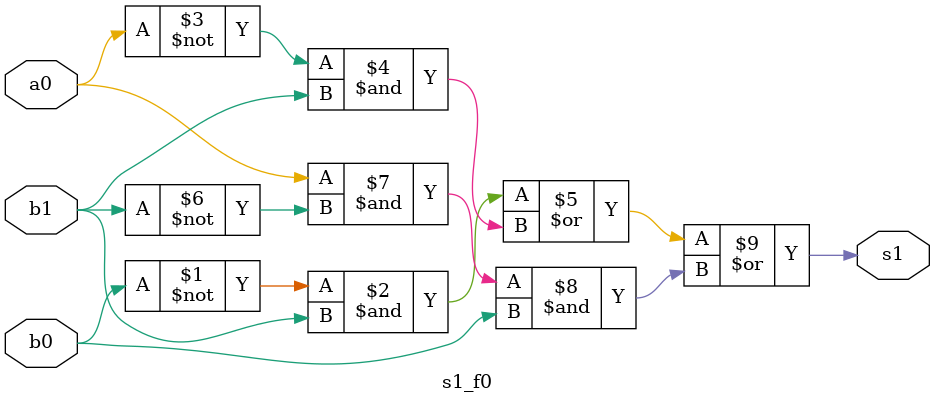
<source format=v>
module s1_f0(a0, b1, b0, s1);
  input a0, b1, b0;
  output s1;
  
	assign s1 = ~b0&b1 | ~a0&b1 | a0&~b1&b0;
endmodule
</source>
